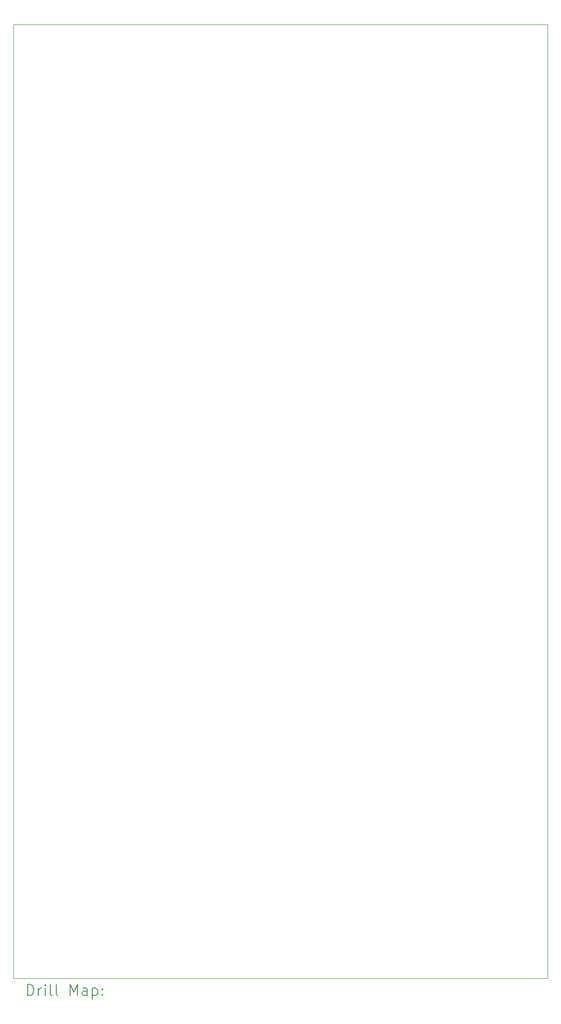
<source format=gbr>
%TF.GenerationSoftware,KiCad,Pcbnew,9.0.7*%
%TF.CreationDate,2026-02-21T19:12:59+01:00*%
%TF.ProjectId,DMH_VCLFO_v2_PCB_Main,444d485f-5643-44c4-964f-5f76325f5043,1*%
%TF.SameCoordinates,Original*%
%TF.FileFunction,Drillmap*%
%TF.FilePolarity,Positive*%
%FSLAX45Y45*%
G04 Gerber Fmt 4.5, Leading zero omitted, Abs format (unit mm)*
G04 Created by KiCad (PCBNEW 9.0.7) date 2026-02-21 19:12:59*
%MOMM*%
%LPD*%
G01*
G04 APERTURE LIST*
%ADD10C,0.050000*%
%ADD11C,0.200000*%
G04 APERTURE END LIST*
D10*
X5100000Y-4250000D02*
X14900000Y-4250000D01*
X14900000Y-21750000D01*
X5100000Y-21750000D01*
X5100000Y-4250000D01*
D11*
X5358277Y-22063984D02*
X5358277Y-21863984D01*
X5358277Y-21863984D02*
X5405896Y-21863984D01*
X5405896Y-21863984D02*
X5434467Y-21873508D01*
X5434467Y-21873508D02*
X5453515Y-21892555D01*
X5453515Y-21892555D02*
X5463039Y-21911603D01*
X5463039Y-21911603D02*
X5472563Y-21949698D01*
X5472563Y-21949698D02*
X5472563Y-21978270D01*
X5472563Y-21978270D02*
X5463039Y-22016365D01*
X5463039Y-22016365D02*
X5453515Y-22035412D01*
X5453515Y-22035412D02*
X5434467Y-22054460D01*
X5434467Y-22054460D02*
X5405896Y-22063984D01*
X5405896Y-22063984D02*
X5358277Y-22063984D01*
X5558277Y-22063984D02*
X5558277Y-21930650D01*
X5558277Y-21968746D02*
X5567801Y-21949698D01*
X5567801Y-21949698D02*
X5577324Y-21940174D01*
X5577324Y-21940174D02*
X5596372Y-21930650D01*
X5596372Y-21930650D02*
X5615420Y-21930650D01*
X5682086Y-22063984D02*
X5682086Y-21930650D01*
X5682086Y-21863984D02*
X5672562Y-21873508D01*
X5672562Y-21873508D02*
X5682086Y-21883031D01*
X5682086Y-21883031D02*
X5691610Y-21873508D01*
X5691610Y-21873508D02*
X5682086Y-21863984D01*
X5682086Y-21863984D02*
X5682086Y-21883031D01*
X5805896Y-22063984D02*
X5786848Y-22054460D01*
X5786848Y-22054460D02*
X5777324Y-22035412D01*
X5777324Y-22035412D02*
X5777324Y-21863984D01*
X5910658Y-22063984D02*
X5891610Y-22054460D01*
X5891610Y-22054460D02*
X5882086Y-22035412D01*
X5882086Y-22035412D02*
X5882086Y-21863984D01*
X6139229Y-22063984D02*
X6139229Y-21863984D01*
X6139229Y-21863984D02*
X6205896Y-22006841D01*
X6205896Y-22006841D02*
X6272562Y-21863984D01*
X6272562Y-21863984D02*
X6272562Y-22063984D01*
X6453515Y-22063984D02*
X6453515Y-21959222D01*
X6453515Y-21959222D02*
X6443991Y-21940174D01*
X6443991Y-21940174D02*
X6424943Y-21930650D01*
X6424943Y-21930650D02*
X6386848Y-21930650D01*
X6386848Y-21930650D02*
X6367801Y-21940174D01*
X6453515Y-22054460D02*
X6434467Y-22063984D01*
X6434467Y-22063984D02*
X6386848Y-22063984D01*
X6386848Y-22063984D02*
X6367801Y-22054460D01*
X6367801Y-22054460D02*
X6358277Y-22035412D01*
X6358277Y-22035412D02*
X6358277Y-22016365D01*
X6358277Y-22016365D02*
X6367801Y-21997317D01*
X6367801Y-21997317D02*
X6386848Y-21987793D01*
X6386848Y-21987793D02*
X6434467Y-21987793D01*
X6434467Y-21987793D02*
X6453515Y-21978270D01*
X6548753Y-21930650D02*
X6548753Y-22130650D01*
X6548753Y-21940174D02*
X6567801Y-21930650D01*
X6567801Y-21930650D02*
X6605896Y-21930650D01*
X6605896Y-21930650D02*
X6624943Y-21940174D01*
X6624943Y-21940174D02*
X6634467Y-21949698D01*
X6634467Y-21949698D02*
X6643991Y-21968746D01*
X6643991Y-21968746D02*
X6643991Y-22025889D01*
X6643991Y-22025889D02*
X6634467Y-22044936D01*
X6634467Y-22044936D02*
X6624943Y-22054460D01*
X6624943Y-22054460D02*
X6605896Y-22063984D01*
X6605896Y-22063984D02*
X6567801Y-22063984D01*
X6567801Y-22063984D02*
X6548753Y-22054460D01*
X6729705Y-22044936D02*
X6739229Y-22054460D01*
X6739229Y-22054460D02*
X6729705Y-22063984D01*
X6729705Y-22063984D02*
X6720182Y-22054460D01*
X6720182Y-22054460D02*
X6729705Y-22044936D01*
X6729705Y-22044936D02*
X6729705Y-22063984D01*
X6729705Y-21940174D02*
X6739229Y-21949698D01*
X6739229Y-21949698D02*
X6729705Y-21959222D01*
X6729705Y-21959222D02*
X6720182Y-21949698D01*
X6720182Y-21949698D02*
X6729705Y-21940174D01*
X6729705Y-21940174D02*
X6729705Y-21959222D01*
M02*

</source>
